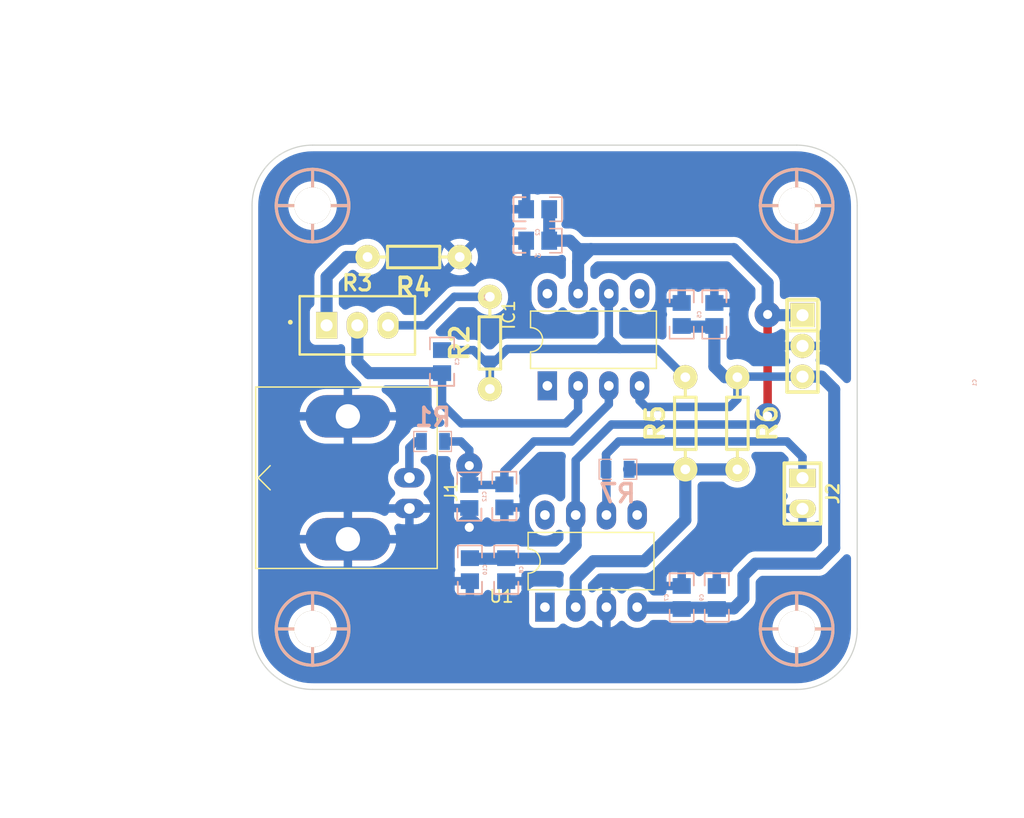
<source format=kicad_pcb>
(kicad_pcb (version 20211014) (generator pcbnew)
  (layers (0 "F.Cu" signal) (31 "B.Cu" signal) (34 "B.Paste" user) (35 "F.Paste" user) (36 "B.SilkS" user "B.Silkscreen") (37 "F.SilkS" user "F.Silkscreen") (38 "B.Mask" user) (39 "F.Mask" user) (44 "Edge.Cuts" user))
  (net 0 "")
  (net 1 "Net-(C1-Pad1)")
  (net 2 "GND")
  (net 3 "+5V")
  (net 4 "Net-(C3-Pad1)")
  (net 5 "Net-(C3-Pad2)")
  (net 6 "-5V")
  (net 10 "Net-(J1-Pad1)")
  (net 11 "Net-(J2-Pad1)")
  (net 12 "Net-(R2-Pad2)")
  (net 13 "Net-(R3-Pad1)")
  (net 21 "Net-(R5-Pad1)")
  (footprint "EESTN5:Pin_strip_2" (layer "F.Cu") (at 130.48 118.8 -90)
    (fp_text reference "J2" (at 0 -2.5 90) (layer "F.SilkS") (effects (font (size 1.016 1.016) (thickness 0.2032))))
    (fp_text value "CONN_01X02" hide)
    (fp_line (start -2.5 1.5) (end -2.5 -1.5) (layer "F.SilkS") (width 0.3048))
    (fp_line (start 2.5 -1.5) (end 2.5 1.5) (layer "F.SilkS") (width 0.3048))
    (fp_line (start 2.5 1.5) (end -2.5 1.5) (layer "F.SilkS") (width 0.3048))
    (fp_line (start -2.5 -1.5) (end 2.5 -1.5) (layer "F.SilkS") (width 0.3048))
    (pad "1" thru_hole rect locked (at -1.27 0 270) (size 1.524 2.19964) (drill 1.00076) (layers *.Cu *.Mask "F.SilkS") (net 11 "Net-(J2-Pad1)"))
    (pad "2" thru_hole oval locked (at 1.27 0 270) (size 1.524 2.19964) (drill 1.00076) (layers *.Cu *.Mask "F.SilkS") (net 2 "GND"))
  )
  (footprint "EESTN5:RES0.3" (layer "F.Cu") (at 98.35 99.25 180)
    (fp_text reference "R4" (at 0 -2.5) (layer "F.SilkS") (effects (font (size 1.5 1.5) (thickness 0.3))))
    (fp_text value "1k" hide)
    (fp_line (start 2.159 -0.889) (end -2.159 -0.889) (layer "F.SilkS") (width 0.254))
    (fp_line (start 2.159 0.889) (end 2.159 -0.889) (layer "F.SilkS") (width 0.254))
    (fp_line (start -2.159 0.889) (end 2.159 0.889) (layer "F.SilkS") (width 0.254))
    (fp_line (start 2.159 0) (end 3.81 0) (layer "F.SilkS") (width 0.254))
    (fp_line (start -2.159 -0.889) (end -2.159 0.889) (layer "F.SilkS") (width 0.254))
    (fp_line (start -2.159 0) (end -3.81 0) (layer "F.SilkS") (width 0.254))
    (pad "1" thru_hole circle (at -3.81 0 180) (size 1.99898 1.99898) (drill 0.8001) (layers *.Cu *.Mask "F.SilkS") (net 2 "GND"))
    (pad "2" thru_hole circle (at 3.81 0 180) (size 1.99898 1.99898) (drill 0.8001) (layers *.Cu *.Mask "F.SilkS") (net 13 "Net-(R3-Pad1)"))
  )
  (footprint "EESTN5:RES0.3" (layer "F.Cu") (at 104.65 106.35 90)
    (fp_text reference "R2" (at 0 -2.5 90) (layer "F.SilkS") (effects (font (size 1.5 1.5) (thickness 0.3))))
    (fp_text value "2.2k" hide)
    (fp_line (start 2.159 0) (end 3.81 0) (layer "F.SilkS") (width 0.254))
    (fp_line (start 2.159 -0.889) (end -2.159 -0.889) (layer "F.SilkS") (width 0.254))
    (fp_line (start 2.159 0.889) (end 2.159 -0.889) (layer "F.SilkS") (width 0.254))
    (fp_line (start -2.159 -0.889) (end -2.159 0.889) (layer "F.SilkS") (width 0.254))
    (fp_line (start -2.159 0) (end -3.81 0) (layer "F.SilkS") (width 0.254))
    (fp_line (start -2.159 0.889) (end 2.159 0.889) (layer "F.SilkS") (width 0.254))
    (pad "1" thru_hole circle (at -3.81 0 90) (size 1.99898 1.99898) (drill 0.8001) (layers *.Cu *.Mask "F.SilkS") (net 4 "Net-(C3-Pad1)"))
    (pad "2" thru_hole circle (at 3.81 0 90) (size 1.99898 1.99898) (drill 0.8001) (layers *.Cu *.Mask "F.SilkS") (net 12 "Net-(R2-Pad2)"))
  )
  (footprint "MacroLib:BNC_Amphenol_B6252HB-NPP3G-50_Horizontal" (layer "F.Cu") (at 98 117.5 90)
    (fp_text reference "J1" (at -1.15 3.45 90) (layer "F.SilkS"))
    (fp_text value "BNC")
    (fp_line (start -7.5 -12.7) (end 7.5 -12.7) (layer "F.SilkS") (width 0.12))
    (fp_line (start 7.5 -12.7) (end 7.5 2.3) (layer "F.SilkS") (width 0.12))
    (fp_line (start 0 -12.5) (end 1 -11.5) (layer "F.SilkS") (width 0.12))
    (fp_line (start 7.5 2.3) (end -7.5 2.3) (layer "F.SilkS") (width 0.12))
    (fp_line (start -7.5 2.3) (end -7.5 -12.7) (layer "F.SilkS") (width 0.12))
    (fp_line (start 0 -12.5) (end -1 -11.5) (layer "F.SilkS") (width 0.12))
    (pad "1" thru_hole oval (at 0 0 90) (size 1.6 2.5) (drill 0.89) (layers *.Cu *.Mask) (net 10 "Net-(J1-Pad1)"))
    (pad "2" thru_hole oval (at -5.08 -5.08 90) (size 3.5 7) (drill 2.01) (layers *.Cu *.Mask) (net 2 "GND"))
    (pad "2" thru_hole oval (at 5.08 -5.08 90) (size 3.5 7) (drill 2.01) (layers *.Cu *.Mask) (net 2 "GND"))
    (pad "2" thru_hole oval (at -2.54 0 90) (size 1.6 2.5) (drill 0.89) (layers *.Cu *.Mask) (net 2 "GND"))
  )
  (footprint "EESTN5:DIP-8" (layer "F.Cu") (at 109.4 109.9 90)
    (fp_text reference "IC1" (at 5.8575 -3.19 90) (layer "F.SilkS"))
    (fp_text value "CA3140AEZ" hide)
    (fp_line (start 2.81 -1.39) (end 1.44 -1.39) (layer "F.SilkS") (width 0.12))
    (fp_line (start 1.44 -1.39) (end 1.44 9.01) (layer "F.SilkS") (width 0.12))
    (fp_line (start 6.18 9.01) (end 6.18 -1.39) (layer "F.SilkS") (width 0.12))
    (fp_line (start 1.44 9.01) (end 6.18 9.01) (layer "F.SilkS") (width 0.12))
    (fp_line (start 6.18 -1.39) (end 4.81 -1.39) (layer "F.SilkS") (width 0.12))
    (fp_arc (start 4.81 -1.39) (mid 3.81 -0.39) (end 2.81 -1.39) (layer "F.SilkS") (width 0.12))
    (pad "1" thru_hole rect locked (at 0 0 90) (size 2.4 1.6) (drill 0.8) (layers *.Cu *.Mask))
    (pad "2" thru_hole oval locked (at 0 2.54 90) (size 2.4 1.6) (drill 0.8) (layers *.Cu *.Mask) (net 5 "Net-(C3-Pad2)"))
    (pad "3" thru_hole oval locked (at 0 5.08 90) (size 2.4 1.6) (drill 0.8) (layers *.Cu *.Mask) (net 1 "Net-(C1-Pad1)"))
    (pad "4" thru_hole oval locked (at 0 7.62 90) (size 2.4 1.6) (drill 0.8) (layers *.Cu *.Mask) (net 6 "-5V"))
    (pad "5" thru_hole oval locked (at 7.62 7.62 90) (size 2.4 1.6) (drill 0.8) (layers *.Cu *.Mask))
    (pad "6" thru_hole oval locked (at 7.62 5.08 90) (size 2.4 1.6) (drill 0.8) (layers *.Cu *.Mask) (net 4 "Net-(C3-Pad1)"))
    (pad "7" thru_hole oval locked (at 7.62 2.54 90) (size 2.4 1.6) (drill 0.8) (layers *.Cu *.Mask) (net 3 "+5V"))
    (pad "8" thru_hole oval locked (at 7.62 0 90) (size 2.4 1.6) (drill 0.8) (layers *.Cu *.Mask))
  )
  (footprint "EESTN5:DIP-8" (layer "F.Cu") (at 109.2 128.2 90)
    (fp_text reference "U1" (at 0.89 -3.59) (layer "F.SilkS"))
    (fp_text value "TL081" hide)
    (fp_line (start 2.81 -1.39) (end 1.44 -1.39) (layer "F.SilkS") (width 0.12))
    (fp_line (start 6.18 9.01) (end 6.18 -1.39) (layer "F.SilkS") (width 0.12))
    (fp_line (start 1.44 9.01) (end 6.18 9.01) (layer "F.SilkS") (width 0.12))
    (fp_line (start 1.44 -1.39) (end 1.44 9.01) (layer "F.SilkS") (width 0.12))
    (fp_line (start 6.18 -1.39) (end 4.81 -1.39) (layer "F.SilkS") (width 0.12))
    (fp_arc (start 4.81 -1.39) (mid 3.81 -0.39) (end 2.81 -1.39) (layer "F.SilkS") (width 0.12))
    (pad "1" thru_hole rect locked (at 0 0 90) (size 2.4 1.6) (drill 0.8) (layers *.Cu *.Mask))
    (pad "2" thru_hole oval locked (at 0 2.54 90) (size 2.4 1.6) (drill 0.8) (layers *.Cu *.Mask) (net 21 "Net-(R5-Pad1)"))
    (pad "3" thru_hole oval locked (at 0 5.08 90) (size 2.4 1.6) (drill 0.8) (layers *.Cu *.Mask) (net 2 "GND"))
    (pad "4" thru_hole oval locked (at 0 7.62 90) (size 2.4 1.6) (drill 0.8) (layers *.Cu *.Mask) (net 6 "-5V"))
    (pad "5" thru_hole oval locked (at 7.62 7.62 90) (size 2.4 1.6) (drill 0.8) (layers *.Cu *.Mask))
    (pad "6" thru_hole oval locked (at 7.62 5.08 90) (size 2.4 1.6) (drill 0.8) (layers *.Cu *.Mask) (net 11 "Net-(J2-Pad1)"))
    (pad "7" thru_hole oval locked (at 7.62 2.54 90) (size 2.4 1.6) (drill 0.8) (layers *.Cu *.Mask) (net 3 "+5V"))
    (pad "8" thru_hole oval locked (at 7.62 0 90) (size 2.4 1.6) (drill 0.8) (layers *.Cu *.Mask))
  )
  (footprint "EESTN5:RES0.3" (layer "F.Cu") (at 125.1 113 -90)
    (fp_text reference "R6" (at 0 -2.5 -90) (layer "F.SilkS") (effects (font (size 1.5 1.5) (thickness 0.3))))
    (fp_text value "75k" hide)
    (fp_line (start 2.159 0.889) (end 2.159 -0.889) (layer "F.SilkS") (width 0.254))
    (fp_line (start -2.159 -0.889) (end -2.159 0.889) (layer "F.SilkS") (width 0.254))
    (fp_line (start -2.159 0) (end -3.81 0) (layer "F.SilkS") (width 0.254))
    (fp_line (start 2.159 0) (end 3.81 0) (layer "F.SilkS") (width 0.254))
    (fp_line (start -2.159 0.889) (end 2.159 0.889) (layer "F.SilkS") (width 0.254))
    (fp_line (start 2.159 -0.889) (end -2.159 -0.889) (layer "F.SilkS") (width 0.254))
    (pad "1" thru_hole circle (at -3.81 0 270) (size 1.99898 1.99898) (drill 0.8001) (layers *.Cu *.Mask "F.SilkS") (net 6 "-5V"))
    (pad "2" thru_hole circle (at 3.81 0 270) (size 1.99898 1.99898) (drill 0.8001) (layers *.Cu *.Mask "F.SilkS") (net 21 "Net-(R5-Pad1)"))
  )
  (footprint "EESTN5:Tornillo_M3_8mm" (layer "F.Cu") (at 90 95)
    (fp_text reference "J4" hide)
    (fp_text value "Cable_PAD" hide)
    (fp_line (start 0 -3) (end 0 3) (layer "B.SilkS") (width 0.254))
    (fp_line (start -3 0) (end 3 0) (layer "B.SilkS") (width 0.254))
    (fp_circle (center 0 0) (end 3 0) (layer "B.SilkS") (width 0.254) (fill none))
    (fp_line (start 0 -3) (end 0 3) (layer "F.SilkS") (width 0.254))
    (fp_line (start -3 0) (end 3 0) (layer "F.SilkS") (width 0.254))
    (fp_circle (center 0 0) (end 3 0) (layer "F.SilkS") (width 0.254) (fill none))
    (pad "1" thru_hole circle locked (at 0 0) (size 3 3) (drill 3) (layers *.Cu "F.SilkS"))
  )
  (footprint "EESTN5:RES0.3" (layer "F.Cu") (at 120.8 113 90)
    (fp_text reference "R5" (at 0 -2.5 90) (layer "F.SilkS") (effects (font (size 1.5 1.5) (thickness 0.3))))
    (fp_text value "30k" hide)
    (fp_line (start -2.159 0) (end -3.81 0) (layer "F.SilkS") (width 0.254))
    (fp_line (start 2.159 0.889) (end 2.159 -0.889) (layer "F.SilkS") (width 0.254))
    (fp_line (start -2.159 -0.889) (end -2.159 0.889) (layer "F.SilkS") (width 0.254))
    (fp_line (start -2.159 0.889) (end 2.159 0.889) (layer "F.SilkS") (width 0.254))
    (fp_line (start 2.159 0) (end 3.81 0) (layer "F.SilkS") (width 0.254))
    (fp_line (start 2.159 -0.889) (end -2.159 -0.889) (layer "F.SilkS") (width 0.254))
    (pad "1" thru_hole circle (at -3.81 0 90) (size 1.99898 1.99898) (drill 0.8001) (layers *.Cu *.Mask "F.SilkS") (net 21 "Net-(R5-Pad1)"))
    (pad "2" thru_hole circle (at 3.81 0 90) (size 1.99898 1.99898) (drill 0.8001) (layers *.Cu *.Mask "F.SilkS") (net 4 "Net-(C3-Pad1)"))
  )
  (footprint "EESTN5:Tornillo_M3_8mm" (layer "F.Cu") (at 90 130)
    (fp_text reference "J6" hide)
    (fp_text value "Cable_PAD" hide)
    (fp_line (start 0 -3) (end 0 3) (layer "B.SilkS") (width 0.254))
    (fp_line (start -3 0) (end 3 0) (layer "B.SilkS") (width 0.254))
    (fp_circle (center 0 0) (end 3 0) (layer "B.SilkS") (width 0.254) (fill none))
    (fp_line (start 0 -3) (end 0 3) (layer "F.SilkS") (width 0.254))
    (fp_line (start -3 0) (end 3 0) (layer "F.SilkS") (width 0.254))
    (fp_circle (center 0 0) (end 3 0) (layer "F.SilkS") (width 0.254) (fill none))
    (pad "1" thru_hole circle locked (at 0 0) (size 3 3) (drill 3) (layers *.Cu "F.SilkS"))
  )
  (footprint "EESTN5:Pin_Strip_3" (layer "F.Cu") (at 130.48 106.6 -90)
    (fp_text reference "J3" hide)
    (fp_text value "CONN_01X03" hide)
    (fp_line (start -3.81 -1.27) (end 3.81 -1.27) (layer "F.SilkS") (width 0.3048))
    (fp_line (start -1.27 -1.27) (end -1.27 1.27) (layer "F.SilkS") (width 0.3048))
    (fp_line (start 3.81 1.27) (end -3.81 1.27) (layer "F.SilkS") (width 0.3048))
    (fp_line (start 3.81 -1.27) (end 3.81 1.27) (layer "F.SilkS") (width 0.3048))
    (fp_line (start -3.81 -1.27) (end -3.81 1.27) (layer "F.SilkS") (width 0.3048))
    (pad "1" thru_hole rect locked (at -2.54 0 270) (size 2 2) (drill 1) (layers *.Cu *.Mask "F.SilkS") (net 3 "+5V"))
    (pad "2" thru_hole oval locked (at 0 0 270) (size 2 2) (drill 1) (layers *.Cu *.Mask "F.SilkS") (net 2 "GND"))
    (pad "3" thru_hole oval locked (at 2.54 0 270) (size 2 2) (drill 1) (layers *.Cu *.Mask "F.SilkS") (net 6 "-5V"))
  )
  (footprint "EESTN5:Tornillo_M3_8mm" (layer "F.Cu") (at 130 130)
    (fp_text reference "J7" hide)
    (fp_text value "Cable_PAD" hide)
    (fp_line (start -3 0) (end 3 0) (layer "B.SilkS") (width 0.254))
    (fp_line (start 0 -3) (end 0 3) (layer "B.SilkS") (width 0.254))
    (fp_circle (center 0 0) (end 3 0) (layer "B.SilkS") (width 0.254) (fill none))
    (fp_line (start 0 -3) (end 0 3) (layer "F.SilkS") (width 0.254))
    (fp_line (start -3 0) (end 3 0) (layer "F.SilkS") (width 0.254))
    (fp_circle (center 0 0) (end 3 0) (layer "F.SilkS") (width 0.254) (fill none))
    (pad "1" thru_hole circle locked (at 0 0) (size 3 3) (drill 3) (layers *.Cu "F.SilkS"))
  )
  (footprint "MacroLib:Preset_3296W" (layer "F.Cu") (at 93.7 104.9)
    (fp_text reference "R3" (at 0 -3.5) (layer "F.SilkS") (effects (font (size 1.27 1.27) (thickness 0.254))))
    (fp_text value "5k" hide)
    (fp_line (start -4.765 -2.41) (end 4.765 -2.41) (layer "F.SilkS") (width 0.2))
    (fp_line (start 4.765 -2.41) (end 4.765 2.41) (layer "F.SilkS") (width 0.2))
    (fp_line (start -4.765 2.41) (end -4.765 -2.41) (layer "F.SilkS") (width 0.2))
    (fp_line (start 4.765 2.41) (end -4.765 2.41) (layer "F.SilkS") (width 0.2))
    (fp_circle (center -5.536 -0.26) (end -5.536 -0.15998) (layer "F.SilkS") (width 0.2) (fill none))
    (pad "1" thru_hole rect (at -2.54 0) (size 1.75 2.19964) (drill 1.00076) (layers *.Cu *.Mask "F.SilkS") (net 13 "Net-(R3-Pad1)"))
    (pad "2" thru_hole oval (at 0 0) (size 1.75 2.19964) (drill 1.00076) (layers *.Cu *.Mask "F.SilkS") (net 5 "Net-(C3-Pad2)"))
    (pad "3" thru_hole oval (at 2.54 0) (size 1.75 2.19964) (drill 1.00076) (layers *.Cu *.Mask "F.SilkS") (net 12 "Net-(R2-Pad2)"))
  )
  (footprint "EESTN5:Tornillo_M3_8mm" (layer "F.Cu") (at 130 95)
    (fp_text reference "J5" hide)
    (fp_text value "Cable_PAD" hide)
    (fp_line (start -3 0) (end 3 0) (layer "B.SilkS") (width 0.254))
    (fp_line (start 0 -3) (end 0 3) (layer "B.SilkS") (width 0.254))
    (fp_circle (center 0 0) (end 3 0) (layer "B.SilkS") (width 0.254) (fill none))
    (fp_line (start -3 0) (end 3 0) (layer "F.SilkS") (width 0.254))
    (fp_line (start 0 -3) (end 0 3) (layer "F.SilkS") (width 0.254))
    (fp_circle (center 0 0) (end 3 0) (layer "F.SilkS") (width 0.254) (fill none))
    (pad "1" thru_hole circle locked (at 0 0) (size 3 3) (drill 3) (layers *.Cu "F.SilkS"))
  )
  (footprint "EESTN5:C_0805" (layer "B.Cu") (at 108.6 97.9)
    (fp_text reference "C4" (at 0 1.25 180) (layer "B.SilkS") (effects (font (size 0.29972 0.29972) (thickness 0.06096)) (justify mirror)))
    (fp_text value "10uf" hide)
    (fp_line (start 2 -1) (end 1 -1) (layer "B.SilkS") (width 0.127))
    (fp_line (start 2 1) (end 2 -1) (layer "B.SilkS") (width 0.127))
    (fp_line (start -1 1) (end -2 1) (layer "B.SilkS") (width 0.15))
    (fp_line (start 1 1) (end 2 1) (layer "B.SilkS") (width 0.127))
    (fp_line (start -2 -1) (end -1 -1) (layer "B.SilkS") (width 0.15))
    (fp_line (start -2 1) (end -2 -1) (layer "B.SilkS") (width 0.15))
    (pad "1" smd rect locked (at 0.9525 0) (size 1.30048 1.4986) (layers "B.Cu" "B.Paste" "B.Mask") (net 3 "+5V"))
    (pad "2" smd rect locked (at -0.9525 0) (size 1.30048 1.4986) (layers "B.Cu" "B.Paste" "B.Mask") (net 2 "GND"))
  )
  (footprint "EESTN5:C_0805" (layer "B.Cu") (at 100.7 107.9 90)
    (fp_text reference "C3" (at 0 1.25 90) (layer "B.SilkS") (effects (font (size 0.29972 0.29972) (thickness 0.06096)) (justify mirror)))
    (fp_text value "1uf" hide)
    (fp_line (start 2 -1) (end 1 -1) (layer "B.SilkS") (width 0.127))
    (fp_line (start 2 1) (end 2 -1) (layer "B.SilkS") (width 0.127))
    (fp_line (start -2 1) (end -2 -1) (layer "B.SilkS") (width 0.15))
    (fp_line (start -1 1) (end -2 1) (layer "B.SilkS") (width 0.15))
    (fp_line (start -2 -1) (end -1 -1) (layer "B.SilkS") (width 0.15))
    (fp_line (start 1 1) (end 2 1) (layer "B.SilkS") (width 0.127))
    (pad "1" smd rect locked (at 0.9525 0 90) (size 1.30048 1.4986) (layers "B.Cu" "B.Paste" "B.Mask") (net 4 "Net-(C3-Pad1)"))
    (pad "2" smd rect locked (at -0.9525 0 90) (size 1.30048 1.4986) (layers "B.Cu" "B.Paste" "B.Mask") (net 5 "Net-(C3-Pad2)"))
  )
  (footprint "EESTN5:R_0805" (layer "B.Cu") (at 99.95 114.5 180)
    (fp_text reference "R1" (at 0 2) (layer "B.SilkS") (effects (font (size 1.5 1.5) (thickness 0.3)) (justify mirror)))
    (fp_text value "4.7M" hide)
    (fp_line (start 1.5875 -0.8255) (end 0.508 -0.8255) (layer "B.SilkS") (width 0.09906))
    (fp_line (start -1.524 0.8255) (end -0.508 0.8255) (layer "B.SilkS") (width 0.09906))
    (fp_line (start 1.5875 0.8255) (end 1.5875 -0.8255) (layer "B.SilkS") (width 0.09906))
    (fp_line (start 0.508 0.8255) (end 1.5875 0.8255) (layer "B.SilkS") (width 0.09906))
    (fp_line (start -1.524 -0.8255) (end -1.524 0.8255) (layer "B.SilkS") (width 0.09906))
    (fp_line (start -0.508 -0.8255) (end -1.524 -0.8255) (layer "B.SilkS") (width 0.09906))
    (pad "1" smd rect (at -0.9525 0 180) (size 0.889 1.397) (layers "B.Cu" "B.Paste" "B.Mask") (net 1 "Net-(C1-Pad1)"))
    (pad "2" smd rect (at 0.9525 0 180) (size 0.889 1.397) (layers "B.Cu" "B.Paste" "B.Mask") (net 10 "Net-(J1-Pad1)"))
  )
  (footprint "EESTN5:C_0805" (layer "B.Cu") (at 120.5 104 -90)
    (fp_text reference "C6" (at -1.4 16.15 90) (layer "B.SilkS") (effects (font (size 0.29972 0.29972) (thickness 0.06096)) (justify mirror)))
    (fp_text value "100nf" hide)
    (fp_line (start -2 -1) (end -1 -1) (layer "B.SilkS") (width 0.15))
    (fp_line (start 1 1) (end 2 1) (layer "B.SilkS") (width 0.127))
    (fp_line (start 2 1) (end 2 -1) (layer "B.SilkS") (width 0.127))
    (fp_line (start -1 1) (end -2 1) (layer "B.SilkS") (width 0.15))
    (fp_line (start -2 1) (end -2 -1) (layer "B.SilkS") (width 0.15))
    (fp_line (start 2 -1) (end 1 -1) (layer "B.SilkS") (width 0.127))
    (pad "1" smd rect locked (at 0.9525 0 270) (size 1.30048 1.4986) (layers "B.Cu" "B.Paste" "B.Mask") (net 6 "-5V"))
    (pad "2" smd rect locked (at -0.9525 0 270) (size 1.30048 1.4986) (layers "B.Cu" "B.Paste" "B.Mask") (net 2 "GND"))
  )
  (footprint "EESTN5:C_0805" (layer "B.Cu") (at 120.5 127.4 -90)
    (fp_text reference "C7" (at 0 1.25 90) (layer "B.SilkS") (effects (font (size 0.29972 0.29972) (thickness 0.06096)) (justify mirror)))
    (fp_text value "10uf" hide)
    (fp_line (start -1 1) (end -2 1) (layer "B.SilkS") (width 0.15))
    (fp_line (start 2 1) (end 2 -1) (layer "B.SilkS") (width 0.127))
    (fp_line (start -2 1) (end -2 -1) (layer "B.SilkS") (width 0.15))
    (fp_line (start -2 -1) (end -1 -1) (layer "B.SilkS") (width 0.15))
    (fp_line (start 1 1) (end 2 1) (layer "B.SilkS") (width 0.127))
    (fp_line (start 2 -1) (end 1 -1) (layer "B.SilkS") (width 0.127))
    (pad "1" smd rect locked (at 0.9525 0 270) (size 1.30048 1.4986) (layers "B.Cu" "B.Paste" "B.Mask") (net 6 "-5V"))
    (pad "2" smd rect locked (at -0.9525 0 270) (size 1.30048 1.4986) (layers "B.Cu" "B.Paste" "B.Mask") (net 2 "GND"))
  )
  (footprint "EESTN5:C_0805" (layer "B.Cu") (at 123.4 127.4 -90)
    (fp_text reference "C9" (at 0 1.25 90) (layer "B.SilkS") (effects (font (size 0.29972 0.29972) (thickness 0.06096)) (justify mirror)))
    (fp_text value "100nf" hide)
    (fp_line (start 2 1) (end 2 -1) (layer "B.SilkS") (width 0.127))
    (fp_line (start -2 -1) (end -1 -1) (layer "B.SilkS") (width 0.15))
    (fp_line (start -1 1) (end -2 1) (layer "B.SilkS") (width 0.15))
    (fp_line (start 2 -1) (end 1 -1) (layer "B.SilkS") (width 0.127))
    (fp_line (start -2 1) (end -2 -1) (layer "B.SilkS") (width 0.15))
    (fp_line (start 1 1) (end 2 1) (layer "B.SilkS") (width 0.127))
    (pad "1" smd rect locked (at 0.9525 0 270) (size 1.30048 1.4986) (layers "B.Cu" "B.Paste" "B.Mask") (net 6 "-5V"))
    (pad "2" smd rect locked (at -0.9525 0 270) (size 1.30048 1.4986) (layers "B.Cu" "B.Paste" "B.Mask") (net 2 "GND"))
  )
  (footprint "EESTN5:C_0805" (layer "B.Cu") (at 102.95 119.05 90)
    (fp_text reference "C12" (at 0 1.25 90) (layer "B.SilkS") (effects (font (size 0.29972 0.29972) (thickness 0.06096)) (justify mirror)))
    (fp_text value "1nf" hide)
    (fp_line (start 2 1) (end 2 -1) (layer "B.SilkS") (width 0.127))
    (fp_line (start -2 1) (end -2 -1) (layer "B.SilkS") (width 0.15))
    (fp_line (start 1 1) (end 2 1) (layer "B.SilkS") (width 0.127))
    (fp_line (start -2 -1) (end -1 -1) (layer "B.SilkS") (width 0.15))
    (fp_line (start 2 -1) (end 1 -1) (layer "B.SilkS") (width 0.127))
    (fp_line (start -1 1) (end -2 1) (layer "B.SilkS") (width 0.15))
    (pad "1" smd rect locked (at 0.9525 0 90) (size 1.30048 1.4986) (layers "B.Cu" "B.Paste" "B.Mask") (net 1 "Net-(C1-Pad1)"))
    (pad "2" smd rect locked (at -0.9525 0 90) (size 1.30048 1.4986) (layers "B.Cu" "B.Paste" "B.Mask") (net 2 "GND"))
  )
  (footprint "EESTN5:C_0805" (layer "B.Cu") (at 106 125.1 90)
    (fp_text reference "C8" (at 0 1.25 270) (layer "B.SilkS") (effects (font (size 0.29972 0.29972) (thickness 0.06096)) (justify mirror)))
    (fp_text value "10uf" hide)
    (fp_line (start 1 1) (end 2 1) (layer "B.SilkS") (width 0.127))
    (fp_line (start -1 1) (end -2 1) (layer "B.SilkS") (width 0.15))
    (fp_line (start -2 -1) (end -1 -1) (layer "B.SilkS") (width 0.15))
    (fp_line (start 2 -1) (end 1 -1) (layer "B.SilkS") (width 0.127))
    (fp_line (start -2 1) (end -2 -1) (layer "B.SilkS") (width 0.15))
    (fp_line (start 2 1) (end 2 -1) (layer "B.SilkS") (width 0.127))
    (pad "1" smd rect locked (at 0.9525 0 90) (size 1.30048 1.4986) (layers "B.Cu" "B.Paste" "B.Mask") (net 3 "+5V"))
    (pad "2" smd rect locked (at -0.9525 0 90) (size 1.30048 1.4986) (layers "B.Cu" "B.Paste" "B.Mask") (net 2 "GND"))
  )
  (footprint "EESTN5:C_0805" (layer "B.Cu") (at 123.2 104 -90)
    (fp_text reference "C5" (at 0 1.25 90) (layer "B.SilkS") (effects (font (size 0.29972 0.29972) (thickness 0.06096)) (justify mirror)))
    (fp_text value "10uf" hide)
    (fp_line (start 2 1) (end 2 -1) (layer "B.SilkS") (width 0.127))
    (fp_line (start 2 -1) (end 1 -1) (layer "B.SilkS") (width 0.127))
    (fp_line (start -1 1) (end -2 1) (layer "B.SilkS") (width 0.15))
    (fp_line (start -2 -1) (end -1 -1) (layer "B.SilkS") (width 0.15))
    (fp_line (start 1 1) (end 2 1) (layer "B.SilkS") (width 0.127))
    (fp_line (start -2 1) (end -2 -1) (layer "B.SilkS") (width 0.15))
    (pad "1" smd rect locked (at 0.9525 0 270) (size 1.30048 1.4986) (layers "B.Cu" "B.Paste" "B.Mask") (net 6 "-5V"))
    (pad "2" smd rect locked (at -0.9525 0 270) (size 1.30048 1.4986) (layers "B.Cu" "B.Paste" "B.Mask") (net 2 "GND"))
  )
  (footprint "EESTN5:C_0805" (layer "B.Cu") (at 103 125.1 90)
    (fp_text reference "C10" (at 0 1.25 90) (layer "B.SilkS") (effects (font (size 0.29972 0.29972) (thickness 0.06096)) (justify mirror)))
    (fp_text value "100nf" hide)
    (fp_line (start -2 -1) (end -1 -1) (layer "B.SilkS") (width 0.15))
    (fp_line (start -1 1) (end -2 1) (layer "B.SilkS") (width 0.15))
    (fp_line (start 1 1) (end 2 1) (layer "B.SilkS") (width 0.127))
    (fp_line (start 2 1) (end 2 -1) (layer "B.SilkS") (width 0.127))
    (fp_line (start 2 -1) (end 1 -1) (layer "B.SilkS") (width 0.127))
    (fp_line (start -2 1) (end -2 -1) (layer "B.SilkS") (width 0.15))
    (pad "1" smd rect locked (at 0.9525 0 90) (size 1.30048 1.4986) (layers "B.Cu" "B.Paste" "B.Mask") (net 3 "+5V"))
    (pad "2" smd rect locked (at -0.9525 0 90) (size 1.30048 1.4986) (layers "B.Cu" "B.Paste" "B.Mask") (net 2 "GND"))
  )
  (footprint "EESTN5:C_0805" (layer "B.Cu") (at 108.6 95.3)
    (fp_text reference "C2" (at 0 1.9 90) (layer "B.SilkS") (effects (font (size 0.29972 0.29972) (thickness 0.06096)) (justify mirror)))
    (fp_text value "100nf" hide)
    (fp_line (start -2 1) (end -2 -1) (layer "B.SilkS") (width 0.15))
    (fp_line (start -2 -1) (end -1 -1) (layer "B.SilkS") (width 0.15))
    (fp_line (start -1 1) (end -2 1) (layer "B.SilkS") (width 0.15))
    (fp_line (start 2 1) (end 2 -1) (layer "B.SilkS") (width 0.127))
    (fp_line (start 1 1) (end 2 1) (layer "B.SilkS") (width 0.127))
    (fp_line (start 2 -1) (end 1 -1) (layer "B.SilkS") (width 0.127))
    (pad "1" smd rect locked (at 0.9525 0) (size 1.30048 1.4986) (layers "B.Cu" "B.Paste" "B.Mask") (net 3 "+5V"))
    (pad "2" smd rect locked (at -0.9525 0) (size 1.30048 1.4986) (layers "B.Cu" "B.Paste" "B.Mask") (net 2 "GND"))
  )
  (footprint "EESTN5:C_0805" (layer "B.Cu") (at 105.85 119 90)
    (fp_text reference "C1" (at 9.355 38.85 90) (layer "B.SilkS") (effects (font (size 0.29972 0.29972) (thickness 0.06096)) (justify mirror)))
    (fp_text value "1nf" hide)
    (fp_line (start -1 1) (end -2 1) (layer "B.SilkS") (width 0.15))
    (fp_line (start 2 1) (end 2 -1) (layer "B.SilkS") (width 0.127))
    (fp_line (start -2 -1) (end -1 -1) (layer "B.SilkS") (width 0.15))
    (fp_line (start 2 -1) (end 1 -1) (layer "B.SilkS") (width 0.127))
    (fp_line (start -2 1) (end -2 -1) (layer "B.SilkS") (width 0.15))
    (fp_line (start 1 1) (end 2 1) (layer "B.SilkS") (width 0.127))
    (pad "1" smd rect locked (at 0.9525 0 90) (size 1.30048 1.4986) (layers "B.Cu" "B.Paste" "B.Mask") (net 1 "Net-(C1-Pad1)"))
    (pad "2" smd rect locked (at -0.9525 0 90) (size 1.30048 1.4986) (layers "B.Cu" "B.Paste" "B.Mask") (net 2 "GND"))
  )
  (footprint "EESTN5:R_0805" (layer "B.Cu") (at 115.2 116.8)
    (fp_text reference "R7" (at 0 2) (layer "B.SilkS") (effects (font (size 1.5 1.5) (thickness 0.3)) (justify mirror)))
    (fp_text value "30k" hide)
    (fp_line (start -1.524 -0.8255) (end -1.524 0.8255) (layer "B.SilkS") (width 0.09906))
    (fp_line (start 1.5875 -0.8255) (end 0.508 -0.8255) (layer "B.SilkS") (width 0.09906))
    (fp_line (start -1.524 0.8255) (end -0.508 0.8255) (layer "B.SilkS") (width 0.09906))
    (fp_line (start 1.5875 0.8255) (end 1.5875 -0.8255) (layer "B.SilkS") (width 0.09906))
    (fp_line (start -0.508 -0.8255) (end -1.524 -0.8255) (layer "B.SilkS") (width 0.09906))
    (fp_line (start 0.508 0.8255) (end 1.5875 0.8255) (layer "B.SilkS") (width 0.09906))
    (pad "1" smd rect (at -0.9525 0) (size 0.889 1.397) (layers "B.Cu" "B.Paste" "B.Mask") (net 11 "Net-(J2-Pad1)"))
    (pad "2" smd rect (at 0.9525 0) (size 0.889 1.397) (layers "B.Cu" "B.Paste" "B.Mask") (net 21 "Net-(R5-Pad1)"))
  )
  (gr_line (start 90 90) (end 130 90) (layer "Edge.Cuts") (width 0.1))
  (gr_arc (start 135 130) (mid 133.535534 133.535534) (end 130 135) (layer "Edge.Cuts") (width 0.1))
  (gr_arc (start 85 95) (mid 86.464466 91.464466) (end 90 90) (layer "Edge.Cuts") (width 0.1))
  (gr_arc (start 90 135) (mid 86.464466 133.535534) (end 85 130) (layer "Edge.Cuts") (width 0.1))
  (gr_arc (start 130 90) (mid 133.535534 91.464466) (end 135 95) (layer "Edge.Cuts") (width 0.1))
  (gr_line (start 85 130) (end 85 95) (layer "Edge.Cuts") (width 0.1))
  (gr_line (start 130 135) (end 90 135) (layer "Edge.Cuts") (width 0.1))
  (gr_line (start 135 95) (end 135 130) (layer "Edge.Cuts") (width 0.1))
  (via (at 102.95 116.5) (size 2.15) (drill 0.75) (layers "F.Cu" "B.Cu") (net 1))
  (segment (start 105.8 118.0975) (end 105.85 118.0475) (width 0.7) (layer "B.Cu") (net 1))
  (segment (start 111.4 114.5) (end 114.48 111.42) (width 0.7) (layer "B.Cu") (net 1))
  (segment (start 100.9025 114.5) (end 102.25 114.5) (width 0.7) (layer "B.Cu") (net 1))
  (segment (start 102.95 118.0975) (end 105.8 118.0975) (width 0.7) (layer "B.Cu") (net 1))
  (segment (start 105.85 118.0475) (end 105.85 116.95) (width 0.7) (layer "B.Cu") (net 1))
  (segment (start 102.25 114.5) (end 102.95 115.2) (width 0.7) (layer "B.Cu") (net 1))
  (segment (start 108.3 114.5) (end 111.4 114.5) (width 0.7) (layer "B.Cu") (net 1))
  (segment (start 105.85 116.95) (end 108.3 114.5) (width 0.7) (layer "B.Cu") (net 1))
  (segment (start 114.48 111.42) (end 114.48 109.9) (width 0.7) (layer "B.Cu") (net 1))
  (segment (start 102.95 118.0975) (end 102.95 116.5) (width 0.7) (layer "B.Cu") (net 1))
  (segment (start 102.95 115.2) (end 102.95 116.5) (width 0.7) (layer "B.Cu") (net 1))
  (via (at 102.95 121.6) (size 2.15) (drill 0.75) (layers "F.Cu" "B.Cu") (net 2))
  (segment (start 102.95 120.0025) (end 102.95 121.6) (width 0.7) (layer "B.Cu") (net 2))
  (segment (start 127.6 112.4) (end 127.6 104) (width 0.7) (layer "F.Cu") (net 3))
  (via (at 127.6 112.4) (size 2.15) (drill 0.75) (layers "F.Cu" "B.Cu") (net 3))
  (via (at 127.6 104) (size 2.15) (drill 0.75) (layers "F.Cu" "B.Cu") (net 3))
  (segment (start 106 124.203) (end 103.008 124.203) (width 0.7) (layer "B.Cu") (net 3))
  (segment (start 127.6 101.4) (end 124.8 98.6) (width 1) (layer "B.Cu") (net 3))
  (segment (start 126.9 113.1) (end 127.6 112.4) (width 0.7) (layer "B.Cu") (net 3))
  (segment (start 111.94 99.66) (end 111.95 99.65) (width 1) (layer "B.Cu") (net 3))
  (segment (start 114.7 113.1) (end 126.9 113.1) (width 0.7) (layer "B.Cu") (net 3))
  (segment (start 110.597 124.203) (end 111.74 123.06) (width 0.7) (layer "B.Cu") (net 3))
  (segment (start 110.605 124.195) (end 111.74 123.06) (width 1) (layer "B.Cu") (net 3))
  (segment (start 111.95 98.6) (end 111.95 99.65) (width 1) (layer "B.Cu") (net 3))
  (segment (start 111.25 97.9) (end 111.95 98.6) (width 1) (layer "B.Cu") (net 3))
  (segment (start 109.447 97.9) (end 111.25 97.9) (width 1) (layer "B.Cu") (net 3))
  (segment (start 111.74 123.06) (end 111.74 120.58) (width 1) (layer "B.Cu") (net 3))
  (segment (start 113 98.6) (end 111.95 98.6) (width 1) (layer "B.Cu") (net 3))
  (segment (start 103.008 124.203) (end 103 124.195) (width 0.7) (layer "B.Cu") (net 3))
  (segment (start 111.74 116.06) (end 114.7 113.1) (width 0.7) (layer "B.Cu") (net 3))
  (segment (start 103 124.195) (end 110.605 124.195) (width 1) (layer "B.Cu") (net 3))
  (segment (start 127.66 104.06) (end 127.6 104) (width 1) (layer "B.Cu") (net 3))
  (segment (start 124.8 98.6) (end 113 98.6) (width 1) (layer "B.Cu") (net 3))
  (segment (start 127.6 104) (end 127.6 101.4) (width 1) (layer "B.Cu") (net 3))
  (segment (start 111.74 120.58) (end 111.74 116.06) (width 0.7) (layer "B.Cu") (net 3))
  (segment (start 109.5525 95.3) (end 109.5525 97.7945) (width 1) (layer "B.Cu") (net 3))
  (segment (start 111.94 102.28) (end 111.94 99.66) (width 1) (layer "B.Cu") (net 3))
  (segment (start 111.94 99.66) (end 113 98.6) (width 1) (layer "B.Cu") (net 3))
  (segment (start 109.5525 97.7945) (end 109.447 97.9) (width 1) (layer "B.Cu") (net 3))
  (segment (start 130.48 104.06) (end 127.66 104.06) (width 1) (layer "B.Cu") (net 3))
  (segment (start 106 124.203) (end 110.597 124.203) (width 0.7) (layer "B.Cu") (net 3))
  (segment (start 114.48 106.02) (end 113.6475 106.8525) (width 0.7) (layer "B.Cu") (net 4))
  (segment (start 103.2975 106.9475) (end 104.1 107.75) (width 0.7) (layer "B.Cu") (net 4))
  (segment (start 114.48 105.98) (end 114.48 106.02) (width 0.7) (layer "B.Cu") (net 4))
  (segment (start 105.1 107.75) (end 105.15 107.8) (width 0.7) (layer "B.Cu") (net 4))
  (segment (start 115.3525 106.8525) (end 113.6475 106.8525) (width 0.7) (layer "B.Cu") (net 4))
  (segment (start 114.48 102.28) (end 114.48 105.98) (width 0.7) (layer "B.Cu") (net 4))
  (segment (start 105.15 107.8) (end 104.65 108.3) (width 0.7) (layer "B.Cu") (net 4))
  (segment (start 104.65 108.3) (end 104.65 110.16) (width 0.7) (layer "B.Cu") (net 4))
  (segment (start 114.48 105.98) (end 115.3525 106.8525) (width 0.7) (layer "B.Cu") (net 4))
  (segment (start 104.1 107.75) (end 105.1 107.75) (width 0.7) (layer "B.Cu") (net 4))
  (segment (start 120.79 109.19) (end 118.4525 106.8525) (width 0.7) (layer "B.Cu") (net 4))
  (segment (start 100.7 106.9475) (end 103.2975 106.9475) (width 0.7) (layer "B.Cu") (net 4))
  (segment (start 104.1 107.75) (end 104.65 108.3) (width 0.7) (layer "B.Cu") (net 4))
  (segment (start 118.4525 106.8525) (end 115.3525 106.8525) (width 0.7) (layer "B.Cu") (net 4))
  (segment (start 120.8 109.19) (end 120.79 109.19) (width 0.7) (layer "B.Cu") (net 4))
  (segment (start 106.0975 106.8525) (end 105.15 107.8) (width 0.7) (layer "B.Cu") (net 4))
  (segment (start 113.6475 106.8525) (end 106.0975 106.8525) (width 0.7) (layer "B.Cu") (net 4))
  (segment (start 100.7 108.8525) (end 100.7 111.4) (width 0.7) (layer "B.Cu") (net 5))
  (segment (start 110.9 113) (end 111.94 111.96) (width 0.7) (layer "B.Cu") (net 5))
  (segment (start 100.7 108.8525) (end 94.6525 108.8525) (width 1) (layer "B.Cu") (net 5))
  (segment (start 93.7 107.9) (end 94.7 108.9) (width 0.7) (layer "B.Cu") (net 5))
  (segment (start 102.3 113) (end 110.9 113) (width 0.7) (layer "B.Cu") (net 5))
  (segment (start 111.94 111.96) (end 111.94 109.9) (width 0.7) (layer "B.Cu") (net 5))
  (segment (start 100.7 111.4) (end 102.3 113) (width 0.7) (layer "B.Cu") (net 5))
  (segment (start 94.6525 108.8525) (end 93.7 107.9) (width 1) (layer "B.Cu") (net 5))
  (segment (start 100.1 108.9) (end 94.7 108.9) (width 0.7) (layer "B.Cu") (net 5))
  (segment (start 93.7 107.9) (end 93.7 104.9) (width 1) (layer "B.Cu") (net 5))
  (segment (start 125.15 109.14) (end 125.1 109.19) (width 0.7) (layer "B.Cu") (net 6))
  (segment (start 133.1 110.2) (end 133.1 123.3) (width 1) (layer "B.Cu") (net 6))
  (segment (start 132.04 109.14) (end 133.1 110.2) (width 1) (layer "B.Cu") (net 6))
  (segment (start 116.8645 128.2445) (end 116.82 128.2) (width 1) (layer "B.Cu") (net 6))
  (segment (start 133.1 123.3) (end 131.8 124.6) (width 1) (layer "B.Cu") (net 6))
  (segment (start 123.3445 128.2445) (end 120.5 128.2445) (width 1) (layer "B.Cu") (net 6))
  (segment (start 123.2 108.3) (end 123.2 105.0495) (width 1) (layer "B.Cu") (net 6))
  (segment (start 130.48 109.14) (end 125.15 109.14) (width 0.7) (layer "B.Cu") (net 6))
  (segment (start 125.1 109.19) (end 125.1 111) (width 0.7) (layer "B.Cu") (net 6))
  (segment (start 123.3 128.2) (end 123.4 128.3) (width 0.7) (layer "B.Cu") (net 6))
  (segment (start 123.2 105.0495) (end 123.1555 105.005) (width 1) (layer "B.Cu") (net 6))
  (segment (start 124.09 109.19) (end 123.2 108.3) (width 1) (layer "B.Cu") (net 6))
  (segment (start 123.1555 105.005) (end 120.5 105.005) (width 1) (layer "B.Cu") (net 6))
  (segment (start 120.5 128.2445) (end 116.8645 128.2445) (width 1) (layer "B.Cu") (net 6))
  (segment (start 125.6 127.5) (end 124.8 128.3) (width 1) (layer "B.Cu") (net 6))
  (segment (start 124.46 111.64) (end 117.54 111.64) (width 0.7) (layer "B.Cu") (net 6))
  (segment (start 125.1 109.19) (end 124.09 109.19) (width 1) (layer "B.Cu") (net 6))
  (segment (start 125.1 111) (end 124.46 111.64) (width 0.7) (layer "B.Cu") (net 6))
  (segment (start 126.6 124.6) (end 125.6 125.6) (width 1) (layer "B.Cu") (net 6))
  (segment (start 116.82 128.2) (end 116.82 127.58) (width 0.7) (layer "B.Cu") (net 6))
  (segment (start 117.54 111.64) (end 117.02 111.12) (width 0.7) (layer "B.Cu") (net 6))
  (segment (start 123.1 105.1495) (end 123.2 105.0495) (width 0.7) (layer "B.Cu") (net 6))
  (segment (start 124.8 128.3) (end 123.4 128.3) (width 1) (layer "B.Cu") (net 6))
  (segment (start 125.6 125.6) (end 125.6 127.5) (width 1) (layer "B.Cu") (net 6))
  (segment (start 116.82 128.2) (end 123.3 128.2) (width 0.7) (layer "B.Cu") (net 6))
  (segment (start 130.48 109.14) (end 132.04 109.14) (width 1) (layer "B.Cu") (net 6))
  (segment (start 123.4 128.3) (end 123.3445 128.2445) (width 1) (layer "B.Cu") (net 6))
  (segment (start 131.8 124.6) (end 126.6 124.6) (width 1) (layer "B.Cu") (net 6))
  (segment (start 117.02 111.12) (end 117.02 109.9) (width 0.7) (layer "B.Cu") (net 6))
  (segment (start 98 115) (end 98.5 114.5) (width 0.7) (layer "B.Cu") (net 10))
  (segment (start 98 117.5) (end 98 115) (width 0.7) (layer "B.Cu") (net 10))
  (segment (start 98.5 114.5) (end 98.9975 114.5) (width 0.7) (layer "B.Cu") (net 10))
  (segment (start 114.2475 116.8) (end 114.2475 115.5525) (width 0.7) (layer "B.Cu") (net 11))
  (segment (start 114.2475 115.5525) (end 115.3 114.5) (width 0.7) (layer "B.Cu") (net 11))
  (segment (start 115.3 114.5) (end 129.2 114.5) (width 0.7) (layer "B.Cu") (net 11))
  (segment (start 114.28 120.58) (end 114.28 116.8325) (width 0.7) (layer "B.Cu") (net 11))
  (segment (start 130.48 115.78) (end 130.48 117.53) (width 0.7) (layer "B.Cu") (net 11))
  (segment (start 114.28 116.8325) (end 114.2475 116.8) (width 0.7) (layer "B.Cu") (net 11))
  (segment (start 129.2 114.5) (end 130.48 115.78) (width 0.7) (layer "B.Cu") (net 11))
  (segment (start 96.24 104.9) (end 99.35 104.9) (width 0.7) (layer "B.Cu") (net 12))
  (segment (start 101.71 102.54) (end 104.65 102.54) (width 0.7) (layer "B.Cu") (net 12))
  (segment (start 99.35 104.9) (end 101.71 102.54) (width 0.7) (layer "B.Cu") (net 12))
  (segment (start 92.8 99.25) (end 91.16 100.89) (width 1) (layer "B.Cu") (net 13))
  (segment (start 94.54 99.25) (end 92.8 99.25) (width 1) (layer "B.Cu") (net 13))
  (segment (start 91.16 100.89) (end 91.16 104.9) (width 1) (layer "B.Cu") (net 13))
  (segment (start 116.1525 116.8) (end 116.1625 116.81) (width 1) (layer "B.Cu") (net 21))
  (segment (start 111.74 128.2) (end 111.74 125.86) (width 1) (layer "B.Cu") (net 21))
  (segment (start 117.4 124.4) (end 120.8 121) (width 1) (layer "B.Cu") (net 21))
  (segment (start 111.74 125.86) (end 113.2 124.4) (width 1) (layer "B.Cu") (net 21))
  (segment (start 120.8 121) (end 120.8 116.81) (width 1) (layer "B.Cu") (net 21))
  (segment (start 116.1625 116.81) (end 125.1 116.81) (width 1) (layer "B.Cu") (net 21))
  (segment (start 113.2 124.4) (end 117.4 124.4) (width 1) (layer "B.Cu") (net 21))
  (zone (net 2) (net_name "GND") (layer "B.Cu") (connect_pads (clearance 0.508)) (min_thickness 0.7) (fill yes (thermal_gap 0.508) (thermal_bridge_width 0.7))
    (polygon (pts (xy 140 140) (xy 80 140) (xy 80 85) (xy 140 85)))
  )
)
</source>
